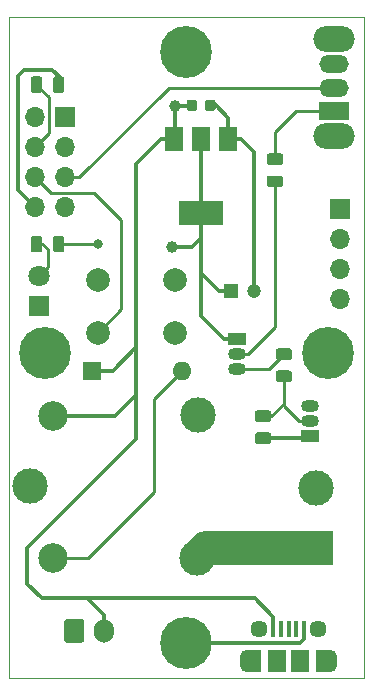
<source format=gbr>
G04 #@! TF.GenerationSoftware,KiCad,Pcbnew,(5.1.5)-3*
G04 #@! TF.CreationDate,2020-06-27T20:36:36+01:00*
G04 #@! TF.ProjectId,Schematic,53636865-6d61-4746-9963-2e6b69636164,v0.1*
G04 #@! TF.SameCoordinates,Original*
G04 #@! TF.FileFunction,Copper,L1,Top*
G04 #@! TF.FilePolarity,Positive*
%FSLAX46Y46*%
G04 Gerber Fmt 4.6, Leading zero omitted, Abs format (unit mm)*
G04 Created by KiCad (PCBNEW (5.1.5)-3) date 2020-06-27 20:36:36*
%MOMM*%
%LPD*%
G04 APERTURE LIST*
G04 #@! TA.AperFunction,Profile*
%ADD10C,0.050000*%
G04 #@! TD*
G04 #@! TA.AperFunction,ComponentPad*
%ADD11R,1.700000X1.700000*%
G04 #@! TD*
G04 #@! TA.AperFunction,ComponentPad*
%ADD12O,1.700000X1.700000*%
G04 #@! TD*
G04 #@! TA.AperFunction,SMDPad,CuDef*
%ADD13C,0.100000*%
G04 #@! TD*
G04 #@! TA.AperFunction,ComponentPad*
%ADD14C,4.400000*%
G04 #@! TD*
G04 #@! TA.AperFunction,ComponentPad*
%ADD15R,3.000000X3.000000*%
G04 #@! TD*
G04 #@! TA.AperFunction,ComponentPad*
%ADD16C,3.000000*%
G04 #@! TD*
G04 #@! TA.AperFunction,ComponentPad*
%ADD17R,1.200000X1.200000*%
G04 #@! TD*
G04 #@! TA.AperFunction,ComponentPad*
%ADD18C,1.200000*%
G04 #@! TD*
G04 #@! TA.AperFunction,ComponentPad*
%ADD19R,1.800000X1.800000*%
G04 #@! TD*
G04 #@! TA.AperFunction,ComponentPad*
%ADD20C,1.800000*%
G04 #@! TD*
G04 #@! TA.AperFunction,ComponentPad*
%ADD21R,1.600000X1.600000*%
G04 #@! TD*
G04 #@! TA.AperFunction,ComponentPad*
%ADD22O,1.600000X1.600000*%
G04 #@! TD*
G04 #@! TA.AperFunction,ComponentPad*
%ADD23C,0.100000*%
G04 #@! TD*
G04 #@! TA.AperFunction,ComponentPad*
%ADD24O,1.700000X2.000000*%
G04 #@! TD*
G04 #@! TA.AperFunction,SMDPad,CuDef*
%ADD25R,1.500000X1.900000*%
G04 #@! TD*
G04 #@! TA.AperFunction,ComponentPad*
%ADD26C,1.450000*%
G04 #@! TD*
G04 #@! TA.AperFunction,SMDPad,CuDef*
%ADD27R,0.400000X1.350000*%
G04 #@! TD*
G04 #@! TA.AperFunction,ComponentPad*
%ADD28O,1.200000X1.900000*%
G04 #@! TD*
G04 #@! TA.AperFunction,SMDPad,CuDef*
%ADD29R,1.200000X1.900000*%
G04 #@! TD*
G04 #@! TA.AperFunction,ComponentPad*
%ADD30C,2.500000*%
G04 #@! TD*
G04 #@! TA.AperFunction,ComponentPad*
%ADD31R,1.500000X1.050000*%
G04 #@! TD*
G04 #@! TA.AperFunction,ComponentPad*
%ADD32O,1.500000X1.050000*%
G04 #@! TD*
G04 #@! TA.AperFunction,ComponentPad*
%ADD33C,2.000000*%
G04 #@! TD*
G04 #@! TA.AperFunction,ComponentPad*
%ADD34R,2.500000X1.500000*%
G04 #@! TD*
G04 #@! TA.AperFunction,ComponentPad*
%ADD35O,2.500000X1.500000*%
G04 #@! TD*
G04 #@! TA.AperFunction,ComponentPad*
%ADD36O,3.500000X2.200000*%
G04 #@! TD*
G04 #@! TA.AperFunction,SMDPad,CuDef*
%ADD37R,3.800000X2.000000*%
G04 #@! TD*
G04 #@! TA.AperFunction,SMDPad,CuDef*
%ADD38R,1.500000X2.000000*%
G04 #@! TD*
G04 #@! TA.AperFunction,ViaPad*
%ADD39C,1.000000*%
G04 #@! TD*
G04 #@! TA.AperFunction,ViaPad*
%ADD40C,0.800000*%
G04 #@! TD*
G04 #@! TA.AperFunction,Conductor*
%ADD41C,0.350000*%
G04 #@! TD*
G04 #@! TA.AperFunction,Conductor*
%ADD42C,0.250000*%
G04 #@! TD*
G04 #@! TA.AperFunction,Conductor*
%ADD43C,2.900000*%
G04 #@! TD*
G04 APERTURE END LIST*
D10*
X200000000Y-110000000D02*
X200000000Y-110500000D01*
X170000000Y-110000000D02*
X170000000Y-110500000D01*
X200000000Y-55000000D02*
X200000000Y-54500000D01*
X170000000Y-55000000D02*
X170000000Y-54500000D01*
X200000000Y-55000000D02*
X200000000Y-80000000D01*
X170000000Y-80000000D02*
X170000000Y-55000000D01*
X170000000Y-110000000D02*
X170000000Y-80000000D01*
X200000000Y-110500000D02*
X170000000Y-110500000D01*
X200000000Y-80000000D02*
X200000000Y-110000000D01*
X170000000Y-54500000D02*
X200000000Y-54500000D01*
D11*
G04 #@! TO.P,J3,1*
G04 #@! TO.N,+5V*
X198000000Y-70750000D03*
D12*
G04 #@! TO.P,J3,2*
G04 #@! TO.N,/TX*
X198000000Y-73290000D03*
G04 #@! TO.P,J3,3*
G04 #@! TO.N,/RX*
X198000000Y-75830000D03*
G04 #@! TO.P,J3,4*
G04 #@! TO.N,GND*
X198000000Y-78370000D03*
G04 #@! TD*
G04 #@! TA.AperFunction,SMDPad,CuDef*
D13*
G04 #@! TO.P,R2,2*
G04 #@! TO.N,Net-(R2-Pad2)*
G36*
X192980142Y-66076174D02*
G01*
X193003803Y-66079684D01*
X193027007Y-66085496D01*
X193049529Y-66093554D01*
X193071153Y-66103782D01*
X193091670Y-66116079D01*
X193110883Y-66130329D01*
X193128607Y-66146393D01*
X193144671Y-66164117D01*
X193158921Y-66183330D01*
X193171218Y-66203847D01*
X193181446Y-66225471D01*
X193189504Y-66247993D01*
X193195316Y-66271197D01*
X193198826Y-66294858D01*
X193200000Y-66318750D01*
X193200000Y-66806250D01*
X193198826Y-66830142D01*
X193195316Y-66853803D01*
X193189504Y-66877007D01*
X193181446Y-66899529D01*
X193171218Y-66921153D01*
X193158921Y-66941670D01*
X193144671Y-66960883D01*
X193128607Y-66978607D01*
X193110883Y-66994671D01*
X193091670Y-67008921D01*
X193071153Y-67021218D01*
X193049529Y-67031446D01*
X193027007Y-67039504D01*
X193003803Y-67045316D01*
X192980142Y-67048826D01*
X192956250Y-67050000D01*
X192043750Y-67050000D01*
X192019858Y-67048826D01*
X191996197Y-67045316D01*
X191972993Y-67039504D01*
X191950471Y-67031446D01*
X191928847Y-67021218D01*
X191908330Y-67008921D01*
X191889117Y-66994671D01*
X191871393Y-66978607D01*
X191855329Y-66960883D01*
X191841079Y-66941670D01*
X191828782Y-66921153D01*
X191818554Y-66899529D01*
X191810496Y-66877007D01*
X191804684Y-66853803D01*
X191801174Y-66830142D01*
X191800000Y-66806250D01*
X191800000Y-66318750D01*
X191801174Y-66294858D01*
X191804684Y-66271197D01*
X191810496Y-66247993D01*
X191818554Y-66225471D01*
X191828782Y-66203847D01*
X191841079Y-66183330D01*
X191855329Y-66164117D01*
X191871393Y-66146393D01*
X191889117Y-66130329D01*
X191908330Y-66116079D01*
X191928847Y-66103782D01*
X191950471Y-66093554D01*
X191972993Y-66085496D01*
X191996197Y-66079684D01*
X192019858Y-66076174D01*
X192043750Y-66075000D01*
X192956250Y-66075000D01*
X192980142Y-66076174D01*
G37*
G04 #@! TD.AperFunction*
G04 #@! TA.AperFunction,SMDPad,CuDef*
G04 #@! TO.P,R2,1*
G04 #@! TO.N,Net-(Q1-Pad2)*
G36*
X192980142Y-67951174D02*
G01*
X193003803Y-67954684D01*
X193027007Y-67960496D01*
X193049529Y-67968554D01*
X193071153Y-67978782D01*
X193091670Y-67991079D01*
X193110883Y-68005329D01*
X193128607Y-68021393D01*
X193144671Y-68039117D01*
X193158921Y-68058330D01*
X193171218Y-68078847D01*
X193181446Y-68100471D01*
X193189504Y-68122993D01*
X193195316Y-68146197D01*
X193198826Y-68169858D01*
X193200000Y-68193750D01*
X193200000Y-68681250D01*
X193198826Y-68705142D01*
X193195316Y-68728803D01*
X193189504Y-68752007D01*
X193181446Y-68774529D01*
X193171218Y-68796153D01*
X193158921Y-68816670D01*
X193144671Y-68835883D01*
X193128607Y-68853607D01*
X193110883Y-68869671D01*
X193091670Y-68883921D01*
X193071153Y-68896218D01*
X193049529Y-68906446D01*
X193027007Y-68914504D01*
X193003803Y-68920316D01*
X192980142Y-68923826D01*
X192956250Y-68925000D01*
X192043750Y-68925000D01*
X192019858Y-68923826D01*
X191996197Y-68920316D01*
X191972993Y-68914504D01*
X191950471Y-68906446D01*
X191928847Y-68896218D01*
X191908330Y-68883921D01*
X191889117Y-68869671D01*
X191871393Y-68853607D01*
X191855329Y-68835883D01*
X191841079Y-68816670D01*
X191828782Y-68796153D01*
X191818554Y-68774529D01*
X191810496Y-68752007D01*
X191804684Y-68728803D01*
X191801174Y-68705142D01*
X191800000Y-68681250D01*
X191800000Y-68193750D01*
X191801174Y-68169858D01*
X191804684Y-68146197D01*
X191810496Y-68122993D01*
X191818554Y-68100471D01*
X191828782Y-68078847D01*
X191841079Y-68058330D01*
X191855329Y-68039117D01*
X191871393Y-68021393D01*
X191889117Y-68005329D01*
X191908330Y-67991079D01*
X191928847Y-67978782D01*
X191950471Y-67968554D01*
X191972993Y-67960496D01*
X191996197Y-67954684D01*
X192019858Y-67951174D01*
X192043750Y-67950000D01*
X192956250Y-67950000D01*
X192980142Y-67951174D01*
G37*
G04 #@! TD.AperFunction*
G04 #@! TD*
G04 #@! TA.AperFunction,SMDPad,CuDef*
G04 #@! TO.P,R3,2*
G04 #@! TO.N,Net-(Q1-Pad3)*
G36*
X174455142Y-73051174D02*
G01*
X174478803Y-73054684D01*
X174502007Y-73060496D01*
X174524529Y-73068554D01*
X174546153Y-73078782D01*
X174566670Y-73091079D01*
X174585883Y-73105329D01*
X174603607Y-73121393D01*
X174619671Y-73139117D01*
X174633921Y-73158330D01*
X174646218Y-73178847D01*
X174656446Y-73200471D01*
X174664504Y-73222993D01*
X174670316Y-73246197D01*
X174673826Y-73269858D01*
X174675000Y-73293750D01*
X174675000Y-74206250D01*
X174673826Y-74230142D01*
X174670316Y-74253803D01*
X174664504Y-74277007D01*
X174656446Y-74299529D01*
X174646218Y-74321153D01*
X174633921Y-74341670D01*
X174619671Y-74360883D01*
X174603607Y-74378607D01*
X174585883Y-74394671D01*
X174566670Y-74408921D01*
X174546153Y-74421218D01*
X174524529Y-74431446D01*
X174502007Y-74439504D01*
X174478803Y-74445316D01*
X174455142Y-74448826D01*
X174431250Y-74450000D01*
X173943750Y-74450000D01*
X173919858Y-74448826D01*
X173896197Y-74445316D01*
X173872993Y-74439504D01*
X173850471Y-74431446D01*
X173828847Y-74421218D01*
X173808330Y-74408921D01*
X173789117Y-74394671D01*
X173771393Y-74378607D01*
X173755329Y-74360883D01*
X173741079Y-74341670D01*
X173728782Y-74321153D01*
X173718554Y-74299529D01*
X173710496Y-74277007D01*
X173704684Y-74253803D01*
X173701174Y-74230142D01*
X173700000Y-74206250D01*
X173700000Y-73293750D01*
X173701174Y-73269858D01*
X173704684Y-73246197D01*
X173710496Y-73222993D01*
X173718554Y-73200471D01*
X173728782Y-73178847D01*
X173741079Y-73158330D01*
X173755329Y-73139117D01*
X173771393Y-73121393D01*
X173789117Y-73105329D01*
X173808330Y-73091079D01*
X173828847Y-73078782D01*
X173850471Y-73068554D01*
X173872993Y-73060496D01*
X173896197Y-73054684D01*
X173919858Y-73051174D01*
X173943750Y-73050000D01*
X174431250Y-73050000D01*
X174455142Y-73051174D01*
G37*
G04 #@! TD.AperFunction*
G04 #@! TA.AperFunction,SMDPad,CuDef*
G04 #@! TO.P,R3,1*
G04 #@! TO.N,Net-(D1-Pad2)*
G36*
X172580142Y-73051174D02*
G01*
X172603803Y-73054684D01*
X172627007Y-73060496D01*
X172649529Y-73068554D01*
X172671153Y-73078782D01*
X172691670Y-73091079D01*
X172710883Y-73105329D01*
X172728607Y-73121393D01*
X172744671Y-73139117D01*
X172758921Y-73158330D01*
X172771218Y-73178847D01*
X172781446Y-73200471D01*
X172789504Y-73222993D01*
X172795316Y-73246197D01*
X172798826Y-73269858D01*
X172800000Y-73293750D01*
X172800000Y-74206250D01*
X172798826Y-74230142D01*
X172795316Y-74253803D01*
X172789504Y-74277007D01*
X172781446Y-74299529D01*
X172771218Y-74321153D01*
X172758921Y-74341670D01*
X172744671Y-74360883D01*
X172728607Y-74378607D01*
X172710883Y-74394671D01*
X172691670Y-74408921D01*
X172671153Y-74421218D01*
X172649529Y-74431446D01*
X172627007Y-74439504D01*
X172603803Y-74445316D01*
X172580142Y-74448826D01*
X172556250Y-74450000D01*
X172068750Y-74450000D01*
X172044858Y-74448826D01*
X172021197Y-74445316D01*
X171997993Y-74439504D01*
X171975471Y-74431446D01*
X171953847Y-74421218D01*
X171933330Y-74408921D01*
X171914117Y-74394671D01*
X171896393Y-74378607D01*
X171880329Y-74360883D01*
X171866079Y-74341670D01*
X171853782Y-74321153D01*
X171843554Y-74299529D01*
X171835496Y-74277007D01*
X171829684Y-74253803D01*
X171826174Y-74230142D01*
X171825000Y-74206250D01*
X171825000Y-73293750D01*
X171826174Y-73269858D01*
X171829684Y-73246197D01*
X171835496Y-73222993D01*
X171843554Y-73200471D01*
X171853782Y-73178847D01*
X171866079Y-73158330D01*
X171880329Y-73139117D01*
X171896393Y-73121393D01*
X171914117Y-73105329D01*
X171933330Y-73091079D01*
X171953847Y-73078782D01*
X171975471Y-73068554D01*
X171997993Y-73060496D01*
X172021197Y-73054684D01*
X172044858Y-73051174D01*
X172068750Y-73050000D01*
X172556250Y-73050000D01*
X172580142Y-73051174D01*
G37*
G04 #@! TD.AperFunction*
G04 #@! TD*
G04 #@! TA.AperFunction,SMDPad,CuDef*
G04 #@! TO.P,R4,2*
G04 #@! TO.N,Net-(Q2-Pad2)*
G36*
X193730142Y-84451174D02*
G01*
X193753803Y-84454684D01*
X193777007Y-84460496D01*
X193799529Y-84468554D01*
X193821153Y-84478782D01*
X193841670Y-84491079D01*
X193860883Y-84505329D01*
X193878607Y-84521393D01*
X193894671Y-84539117D01*
X193908921Y-84558330D01*
X193921218Y-84578847D01*
X193931446Y-84600471D01*
X193939504Y-84622993D01*
X193945316Y-84646197D01*
X193948826Y-84669858D01*
X193950000Y-84693750D01*
X193950000Y-85181250D01*
X193948826Y-85205142D01*
X193945316Y-85228803D01*
X193939504Y-85252007D01*
X193931446Y-85274529D01*
X193921218Y-85296153D01*
X193908921Y-85316670D01*
X193894671Y-85335883D01*
X193878607Y-85353607D01*
X193860883Y-85369671D01*
X193841670Y-85383921D01*
X193821153Y-85396218D01*
X193799529Y-85406446D01*
X193777007Y-85414504D01*
X193753803Y-85420316D01*
X193730142Y-85423826D01*
X193706250Y-85425000D01*
X192793750Y-85425000D01*
X192769858Y-85423826D01*
X192746197Y-85420316D01*
X192722993Y-85414504D01*
X192700471Y-85406446D01*
X192678847Y-85396218D01*
X192658330Y-85383921D01*
X192639117Y-85369671D01*
X192621393Y-85353607D01*
X192605329Y-85335883D01*
X192591079Y-85316670D01*
X192578782Y-85296153D01*
X192568554Y-85274529D01*
X192560496Y-85252007D01*
X192554684Y-85228803D01*
X192551174Y-85205142D01*
X192550000Y-85181250D01*
X192550000Y-84693750D01*
X192551174Y-84669858D01*
X192554684Y-84646197D01*
X192560496Y-84622993D01*
X192568554Y-84600471D01*
X192578782Y-84578847D01*
X192591079Y-84558330D01*
X192605329Y-84539117D01*
X192621393Y-84521393D01*
X192639117Y-84505329D01*
X192658330Y-84491079D01*
X192678847Y-84478782D01*
X192700471Y-84468554D01*
X192722993Y-84460496D01*
X192746197Y-84454684D01*
X192769858Y-84451174D01*
X192793750Y-84450000D01*
X193706250Y-84450000D01*
X193730142Y-84451174D01*
G37*
G04 #@! TD.AperFunction*
G04 #@! TA.AperFunction,SMDPad,CuDef*
G04 #@! TO.P,R4,1*
G04 #@! TO.N,Net-(Q1-Pad3)*
G36*
X193730142Y-82576174D02*
G01*
X193753803Y-82579684D01*
X193777007Y-82585496D01*
X193799529Y-82593554D01*
X193821153Y-82603782D01*
X193841670Y-82616079D01*
X193860883Y-82630329D01*
X193878607Y-82646393D01*
X193894671Y-82664117D01*
X193908921Y-82683330D01*
X193921218Y-82703847D01*
X193931446Y-82725471D01*
X193939504Y-82747993D01*
X193945316Y-82771197D01*
X193948826Y-82794858D01*
X193950000Y-82818750D01*
X193950000Y-83306250D01*
X193948826Y-83330142D01*
X193945316Y-83353803D01*
X193939504Y-83377007D01*
X193931446Y-83399529D01*
X193921218Y-83421153D01*
X193908921Y-83441670D01*
X193894671Y-83460883D01*
X193878607Y-83478607D01*
X193860883Y-83494671D01*
X193841670Y-83508921D01*
X193821153Y-83521218D01*
X193799529Y-83531446D01*
X193777007Y-83539504D01*
X193753803Y-83545316D01*
X193730142Y-83548826D01*
X193706250Y-83550000D01*
X192793750Y-83550000D01*
X192769858Y-83548826D01*
X192746197Y-83545316D01*
X192722993Y-83539504D01*
X192700471Y-83531446D01*
X192678847Y-83521218D01*
X192658330Y-83508921D01*
X192639117Y-83494671D01*
X192621393Y-83478607D01*
X192605329Y-83460883D01*
X192591079Y-83441670D01*
X192578782Y-83421153D01*
X192568554Y-83399529D01*
X192560496Y-83377007D01*
X192554684Y-83353803D01*
X192551174Y-83330142D01*
X192550000Y-83306250D01*
X192550000Y-82818750D01*
X192551174Y-82794858D01*
X192554684Y-82771197D01*
X192560496Y-82747993D01*
X192568554Y-82725471D01*
X192578782Y-82703847D01*
X192591079Y-82683330D01*
X192605329Y-82664117D01*
X192621393Y-82646393D01*
X192639117Y-82630329D01*
X192658330Y-82616079D01*
X192678847Y-82603782D01*
X192700471Y-82593554D01*
X192722993Y-82585496D01*
X192746197Y-82579684D01*
X192769858Y-82576174D01*
X192793750Y-82575000D01*
X193706250Y-82575000D01*
X193730142Y-82576174D01*
G37*
G04 #@! TD.AperFunction*
G04 #@! TD*
G04 #@! TA.AperFunction,SMDPad,CuDef*
G04 #@! TO.P,R5,2*
G04 #@! TO.N,GND*
G36*
X191980142Y-89701174D02*
G01*
X192003803Y-89704684D01*
X192027007Y-89710496D01*
X192049529Y-89718554D01*
X192071153Y-89728782D01*
X192091670Y-89741079D01*
X192110883Y-89755329D01*
X192128607Y-89771393D01*
X192144671Y-89789117D01*
X192158921Y-89808330D01*
X192171218Y-89828847D01*
X192181446Y-89850471D01*
X192189504Y-89872993D01*
X192195316Y-89896197D01*
X192198826Y-89919858D01*
X192200000Y-89943750D01*
X192200000Y-90431250D01*
X192198826Y-90455142D01*
X192195316Y-90478803D01*
X192189504Y-90502007D01*
X192181446Y-90524529D01*
X192171218Y-90546153D01*
X192158921Y-90566670D01*
X192144671Y-90585883D01*
X192128607Y-90603607D01*
X192110883Y-90619671D01*
X192091670Y-90633921D01*
X192071153Y-90646218D01*
X192049529Y-90656446D01*
X192027007Y-90664504D01*
X192003803Y-90670316D01*
X191980142Y-90673826D01*
X191956250Y-90675000D01*
X191043750Y-90675000D01*
X191019858Y-90673826D01*
X190996197Y-90670316D01*
X190972993Y-90664504D01*
X190950471Y-90656446D01*
X190928847Y-90646218D01*
X190908330Y-90633921D01*
X190889117Y-90619671D01*
X190871393Y-90603607D01*
X190855329Y-90585883D01*
X190841079Y-90566670D01*
X190828782Y-90546153D01*
X190818554Y-90524529D01*
X190810496Y-90502007D01*
X190804684Y-90478803D01*
X190801174Y-90455142D01*
X190800000Y-90431250D01*
X190800000Y-89943750D01*
X190801174Y-89919858D01*
X190804684Y-89896197D01*
X190810496Y-89872993D01*
X190818554Y-89850471D01*
X190828782Y-89828847D01*
X190841079Y-89808330D01*
X190855329Y-89789117D01*
X190871393Y-89771393D01*
X190889117Y-89755329D01*
X190908330Y-89741079D01*
X190928847Y-89728782D01*
X190950471Y-89718554D01*
X190972993Y-89710496D01*
X190996197Y-89704684D01*
X191019858Y-89701174D01*
X191043750Y-89700000D01*
X191956250Y-89700000D01*
X191980142Y-89701174D01*
G37*
G04 #@! TD.AperFunction*
G04 #@! TA.AperFunction,SMDPad,CuDef*
G04 #@! TO.P,R5,1*
G04 #@! TO.N,Net-(Q2-Pad2)*
G36*
X191980142Y-87826174D02*
G01*
X192003803Y-87829684D01*
X192027007Y-87835496D01*
X192049529Y-87843554D01*
X192071153Y-87853782D01*
X192091670Y-87866079D01*
X192110883Y-87880329D01*
X192128607Y-87896393D01*
X192144671Y-87914117D01*
X192158921Y-87933330D01*
X192171218Y-87953847D01*
X192181446Y-87975471D01*
X192189504Y-87997993D01*
X192195316Y-88021197D01*
X192198826Y-88044858D01*
X192200000Y-88068750D01*
X192200000Y-88556250D01*
X192198826Y-88580142D01*
X192195316Y-88603803D01*
X192189504Y-88627007D01*
X192181446Y-88649529D01*
X192171218Y-88671153D01*
X192158921Y-88691670D01*
X192144671Y-88710883D01*
X192128607Y-88728607D01*
X192110883Y-88744671D01*
X192091670Y-88758921D01*
X192071153Y-88771218D01*
X192049529Y-88781446D01*
X192027007Y-88789504D01*
X192003803Y-88795316D01*
X191980142Y-88798826D01*
X191956250Y-88800000D01*
X191043750Y-88800000D01*
X191019858Y-88798826D01*
X190996197Y-88795316D01*
X190972993Y-88789504D01*
X190950471Y-88781446D01*
X190928847Y-88771218D01*
X190908330Y-88758921D01*
X190889117Y-88744671D01*
X190871393Y-88728607D01*
X190855329Y-88710883D01*
X190841079Y-88691670D01*
X190828782Y-88671153D01*
X190818554Y-88649529D01*
X190810496Y-88627007D01*
X190804684Y-88603803D01*
X190801174Y-88580142D01*
X190800000Y-88556250D01*
X190800000Y-88068750D01*
X190801174Y-88044858D01*
X190804684Y-88021197D01*
X190810496Y-87997993D01*
X190818554Y-87975471D01*
X190828782Y-87953847D01*
X190841079Y-87933330D01*
X190855329Y-87914117D01*
X190871393Y-87896393D01*
X190889117Y-87880329D01*
X190908330Y-87866079D01*
X190928847Y-87853782D01*
X190950471Y-87843554D01*
X190972993Y-87835496D01*
X190996197Y-87829684D01*
X191019858Y-87826174D01*
X191043750Y-87825000D01*
X191956250Y-87825000D01*
X191980142Y-87826174D01*
G37*
G04 #@! TD.AperFunction*
G04 #@! TD*
G04 #@! TA.AperFunction,SMDPad,CuDef*
G04 #@! TO.P,R1,2*
G04 #@! TO.N,+3V3*
G36*
X174455142Y-59551174D02*
G01*
X174478803Y-59554684D01*
X174502007Y-59560496D01*
X174524529Y-59568554D01*
X174546153Y-59578782D01*
X174566670Y-59591079D01*
X174585883Y-59605329D01*
X174603607Y-59621393D01*
X174619671Y-59639117D01*
X174633921Y-59658330D01*
X174646218Y-59678847D01*
X174656446Y-59700471D01*
X174664504Y-59722993D01*
X174670316Y-59746197D01*
X174673826Y-59769858D01*
X174675000Y-59793750D01*
X174675000Y-60706250D01*
X174673826Y-60730142D01*
X174670316Y-60753803D01*
X174664504Y-60777007D01*
X174656446Y-60799529D01*
X174646218Y-60821153D01*
X174633921Y-60841670D01*
X174619671Y-60860883D01*
X174603607Y-60878607D01*
X174585883Y-60894671D01*
X174566670Y-60908921D01*
X174546153Y-60921218D01*
X174524529Y-60931446D01*
X174502007Y-60939504D01*
X174478803Y-60945316D01*
X174455142Y-60948826D01*
X174431250Y-60950000D01*
X173943750Y-60950000D01*
X173919858Y-60948826D01*
X173896197Y-60945316D01*
X173872993Y-60939504D01*
X173850471Y-60931446D01*
X173828847Y-60921218D01*
X173808330Y-60908921D01*
X173789117Y-60894671D01*
X173771393Y-60878607D01*
X173755329Y-60860883D01*
X173741079Y-60841670D01*
X173728782Y-60821153D01*
X173718554Y-60799529D01*
X173710496Y-60777007D01*
X173704684Y-60753803D01*
X173701174Y-60730142D01*
X173700000Y-60706250D01*
X173700000Y-59793750D01*
X173701174Y-59769858D01*
X173704684Y-59746197D01*
X173710496Y-59722993D01*
X173718554Y-59700471D01*
X173728782Y-59678847D01*
X173741079Y-59658330D01*
X173755329Y-59639117D01*
X173771393Y-59621393D01*
X173789117Y-59605329D01*
X173808330Y-59591079D01*
X173828847Y-59578782D01*
X173850471Y-59568554D01*
X173872993Y-59560496D01*
X173896197Y-59554684D01*
X173919858Y-59551174D01*
X173943750Y-59550000D01*
X174431250Y-59550000D01*
X174455142Y-59551174D01*
G37*
G04 #@! TD.AperFunction*
G04 #@! TA.AperFunction,SMDPad,CuDef*
G04 #@! TO.P,R1,1*
G04 #@! TO.N,Net-(J4-Pad4)*
G36*
X172580142Y-59551174D02*
G01*
X172603803Y-59554684D01*
X172627007Y-59560496D01*
X172649529Y-59568554D01*
X172671153Y-59578782D01*
X172691670Y-59591079D01*
X172710883Y-59605329D01*
X172728607Y-59621393D01*
X172744671Y-59639117D01*
X172758921Y-59658330D01*
X172771218Y-59678847D01*
X172781446Y-59700471D01*
X172789504Y-59722993D01*
X172795316Y-59746197D01*
X172798826Y-59769858D01*
X172800000Y-59793750D01*
X172800000Y-60706250D01*
X172798826Y-60730142D01*
X172795316Y-60753803D01*
X172789504Y-60777007D01*
X172781446Y-60799529D01*
X172771218Y-60821153D01*
X172758921Y-60841670D01*
X172744671Y-60860883D01*
X172728607Y-60878607D01*
X172710883Y-60894671D01*
X172691670Y-60908921D01*
X172671153Y-60921218D01*
X172649529Y-60931446D01*
X172627007Y-60939504D01*
X172603803Y-60945316D01*
X172580142Y-60948826D01*
X172556250Y-60950000D01*
X172068750Y-60950000D01*
X172044858Y-60948826D01*
X172021197Y-60945316D01*
X171997993Y-60939504D01*
X171975471Y-60931446D01*
X171953847Y-60921218D01*
X171933330Y-60908921D01*
X171914117Y-60894671D01*
X171896393Y-60878607D01*
X171880329Y-60860883D01*
X171866079Y-60841670D01*
X171853782Y-60821153D01*
X171843554Y-60799529D01*
X171835496Y-60777007D01*
X171829684Y-60753803D01*
X171826174Y-60730142D01*
X171825000Y-60706250D01*
X171825000Y-59793750D01*
X171826174Y-59769858D01*
X171829684Y-59746197D01*
X171835496Y-59722993D01*
X171843554Y-59700471D01*
X171853782Y-59678847D01*
X171866079Y-59658330D01*
X171880329Y-59639117D01*
X171896393Y-59621393D01*
X171914117Y-59605329D01*
X171933330Y-59591079D01*
X171953847Y-59578782D01*
X171975471Y-59568554D01*
X171997993Y-59560496D01*
X172021197Y-59554684D01*
X172044858Y-59551174D01*
X172068750Y-59550000D01*
X172556250Y-59550000D01*
X172580142Y-59551174D01*
G37*
G04 #@! TD.AperFunction*
G04 #@! TD*
D14*
G04 #@! TO.P,REF\002A\002A,1*
G04 #@! TO.N,GND*
X185000000Y-57500000D03*
G04 #@! TD*
G04 #@! TO.P,REF\002A\002A,1*
G04 #@! TO.N,GND*
X185000000Y-107500000D03*
G04 #@! TD*
G04 #@! TO.P,REF\002A\002A,1*
G04 #@! TO.N,GND*
X173000000Y-83000000D03*
G04 #@! TD*
G04 #@! TO.P,REF\002A\002A,1*
G04 #@! TO.N,GND*
X197000000Y-83000000D03*
G04 #@! TD*
D15*
G04 #@! TO.P,J5,1*
G04 #@! TO.N,Net-(J5-Pad1)*
X196000000Y-99500000D03*
D16*
G04 #@! TO.P,J5,2*
G04 #@! TO.N,Net-(J5-Pad2)*
X196000000Y-94420000D03*
G04 #@! TD*
G04 #@! TA.AperFunction,SMDPad,CuDef*
D13*
G04 #@! TO.P,C1,1*
G04 #@! TO.N,+5V*
G36*
X185702691Y-61526053D02*
G01*
X185723926Y-61529203D01*
X185744750Y-61534419D01*
X185764962Y-61541651D01*
X185784368Y-61550830D01*
X185802781Y-61561866D01*
X185820024Y-61574654D01*
X185835930Y-61589070D01*
X185850346Y-61604976D01*
X185863134Y-61622219D01*
X185874170Y-61640632D01*
X185883349Y-61660038D01*
X185890581Y-61680250D01*
X185895797Y-61701074D01*
X185898947Y-61722309D01*
X185900000Y-61743750D01*
X185900000Y-62256250D01*
X185898947Y-62277691D01*
X185895797Y-62298926D01*
X185890581Y-62319750D01*
X185883349Y-62339962D01*
X185874170Y-62359368D01*
X185863134Y-62377781D01*
X185850346Y-62395024D01*
X185835930Y-62410930D01*
X185820024Y-62425346D01*
X185802781Y-62438134D01*
X185784368Y-62449170D01*
X185764962Y-62458349D01*
X185744750Y-62465581D01*
X185723926Y-62470797D01*
X185702691Y-62473947D01*
X185681250Y-62475000D01*
X185243750Y-62475000D01*
X185222309Y-62473947D01*
X185201074Y-62470797D01*
X185180250Y-62465581D01*
X185160038Y-62458349D01*
X185140632Y-62449170D01*
X185122219Y-62438134D01*
X185104976Y-62425346D01*
X185089070Y-62410930D01*
X185074654Y-62395024D01*
X185061866Y-62377781D01*
X185050830Y-62359368D01*
X185041651Y-62339962D01*
X185034419Y-62319750D01*
X185029203Y-62298926D01*
X185026053Y-62277691D01*
X185025000Y-62256250D01*
X185025000Y-61743750D01*
X185026053Y-61722309D01*
X185029203Y-61701074D01*
X185034419Y-61680250D01*
X185041651Y-61660038D01*
X185050830Y-61640632D01*
X185061866Y-61622219D01*
X185074654Y-61604976D01*
X185089070Y-61589070D01*
X185104976Y-61574654D01*
X185122219Y-61561866D01*
X185140632Y-61550830D01*
X185160038Y-61541651D01*
X185180250Y-61534419D01*
X185201074Y-61529203D01*
X185222309Y-61526053D01*
X185243750Y-61525000D01*
X185681250Y-61525000D01*
X185702691Y-61526053D01*
G37*
G04 #@! TD.AperFunction*
G04 #@! TA.AperFunction,SMDPad,CuDef*
G04 #@! TO.P,C1,2*
G04 #@! TO.N,GND*
G36*
X187277691Y-61526053D02*
G01*
X187298926Y-61529203D01*
X187319750Y-61534419D01*
X187339962Y-61541651D01*
X187359368Y-61550830D01*
X187377781Y-61561866D01*
X187395024Y-61574654D01*
X187410930Y-61589070D01*
X187425346Y-61604976D01*
X187438134Y-61622219D01*
X187449170Y-61640632D01*
X187458349Y-61660038D01*
X187465581Y-61680250D01*
X187470797Y-61701074D01*
X187473947Y-61722309D01*
X187475000Y-61743750D01*
X187475000Y-62256250D01*
X187473947Y-62277691D01*
X187470797Y-62298926D01*
X187465581Y-62319750D01*
X187458349Y-62339962D01*
X187449170Y-62359368D01*
X187438134Y-62377781D01*
X187425346Y-62395024D01*
X187410930Y-62410930D01*
X187395024Y-62425346D01*
X187377781Y-62438134D01*
X187359368Y-62449170D01*
X187339962Y-62458349D01*
X187319750Y-62465581D01*
X187298926Y-62470797D01*
X187277691Y-62473947D01*
X187256250Y-62475000D01*
X186818750Y-62475000D01*
X186797309Y-62473947D01*
X186776074Y-62470797D01*
X186755250Y-62465581D01*
X186735038Y-62458349D01*
X186715632Y-62449170D01*
X186697219Y-62438134D01*
X186679976Y-62425346D01*
X186664070Y-62410930D01*
X186649654Y-62395024D01*
X186636866Y-62377781D01*
X186625830Y-62359368D01*
X186616651Y-62339962D01*
X186609419Y-62319750D01*
X186604203Y-62298926D01*
X186601053Y-62277691D01*
X186600000Y-62256250D01*
X186600000Y-61743750D01*
X186601053Y-61722309D01*
X186604203Y-61701074D01*
X186609419Y-61680250D01*
X186616651Y-61660038D01*
X186625830Y-61640632D01*
X186636866Y-61622219D01*
X186649654Y-61604976D01*
X186664070Y-61589070D01*
X186679976Y-61574654D01*
X186697219Y-61561866D01*
X186715632Y-61550830D01*
X186735038Y-61541651D01*
X186755250Y-61534419D01*
X186776074Y-61529203D01*
X186797309Y-61526053D01*
X186818750Y-61525000D01*
X187256250Y-61525000D01*
X187277691Y-61526053D01*
G37*
G04 #@! TD.AperFunction*
G04 #@! TD*
D17*
G04 #@! TO.P,C2,1*
G04 #@! TO.N,+3V3*
X188750000Y-77750000D03*
D18*
G04 #@! TO.P,C2,2*
G04 #@! TO.N,GND*
X190750000Y-77750000D03*
G04 #@! TD*
D19*
G04 #@! TO.P,D1,1*
G04 #@! TO.N,GND*
X172500000Y-79000000D03*
D20*
G04 #@! TO.P,D1,2*
G04 #@! TO.N,Net-(D1-Pad2)*
X172500000Y-76460000D03*
G04 #@! TD*
D21*
G04 #@! TO.P,D2,1*
G04 #@! TO.N,+5V*
X177000000Y-84500000D03*
D22*
G04 #@! TO.P,D2,2*
G04 #@! TO.N,Net-(D2-Pad2)*
X184620000Y-84500000D03*
G04 #@! TD*
G04 #@! TA.AperFunction,ComponentPad*
D23*
G04 #@! TO.P,J1,1*
G04 #@! TO.N,GND*
G36*
X176124504Y-105501204D02*
G01*
X176148773Y-105504804D01*
X176172571Y-105510765D01*
X176195671Y-105519030D01*
X176217849Y-105529520D01*
X176238893Y-105542133D01*
X176258598Y-105556747D01*
X176276777Y-105573223D01*
X176293253Y-105591402D01*
X176307867Y-105611107D01*
X176320480Y-105632151D01*
X176330970Y-105654329D01*
X176339235Y-105677429D01*
X176345196Y-105701227D01*
X176348796Y-105725496D01*
X176350000Y-105750000D01*
X176350000Y-107250000D01*
X176348796Y-107274504D01*
X176345196Y-107298773D01*
X176339235Y-107322571D01*
X176330970Y-107345671D01*
X176320480Y-107367849D01*
X176307867Y-107388893D01*
X176293253Y-107408598D01*
X176276777Y-107426777D01*
X176258598Y-107443253D01*
X176238893Y-107457867D01*
X176217849Y-107470480D01*
X176195671Y-107480970D01*
X176172571Y-107489235D01*
X176148773Y-107495196D01*
X176124504Y-107498796D01*
X176100000Y-107500000D01*
X174900000Y-107500000D01*
X174875496Y-107498796D01*
X174851227Y-107495196D01*
X174827429Y-107489235D01*
X174804329Y-107480970D01*
X174782151Y-107470480D01*
X174761107Y-107457867D01*
X174741402Y-107443253D01*
X174723223Y-107426777D01*
X174706747Y-107408598D01*
X174692133Y-107388893D01*
X174679520Y-107367849D01*
X174669030Y-107345671D01*
X174660765Y-107322571D01*
X174654804Y-107298773D01*
X174651204Y-107274504D01*
X174650000Y-107250000D01*
X174650000Y-105750000D01*
X174651204Y-105725496D01*
X174654804Y-105701227D01*
X174660765Y-105677429D01*
X174669030Y-105654329D01*
X174679520Y-105632151D01*
X174692133Y-105611107D01*
X174706747Y-105591402D01*
X174723223Y-105573223D01*
X174741402Y-105556747D01*
X174761107Y-105542133D01*
X174782151Y-105529520D01*
X174804329Y-105519030D01*
X174827429Y-105510765D01*
X174851227Y-105504804D01*
X174875496Y-105501204D01*
X174900000Y-105500000D01*
X176100000Y-105500000D01*
X176124504Y-105501204D01*
G37*
G04 #@! TD.AperFunction*
D24*
G04 #@! TO.P,J1,2*
G04 #@! TO.N,+5V*
X178000000Y-106500000D03*
G04 #@! TD*
D25*
G04 #@! TO.P,J2,6*
G04 #@! TO.N,Net-(J2-Pad6)*
X194650000Y-109050000D03*
D26*
X191150000Y-106350000D03*
D27*
G04 #@! TO.P,J2,2*
G04 #@! TO.N,Net-(J2-Pad2)*
X193000000Y-106350000D03*
G04 #@! TO.P,J2,1*
G04 #@! TO.N,+5V*
X192350000Y-106350000D03*
G04 #@! TO.P,J2,5*
G04 #@! TO.N,GND*
X194950000Y-106350000D03*
G04 #@! TO.P,J2,4*
G04 #@! TO.N,Net-(J2-Pad4)*
X194300000Y-106350000D03*
G04 #@! TO.P,J2,3*
G04 #@! TO.N,Net-(J2-Pad3)*
X193650000Y-106350000D03*
D26*
G04 #@! TO.P,J2,6*
G04 #@! TO.N,Net-(J2-Pad6)*
X196150000Y-106350000D03*
D25*
X192650000Y-109050000D03*
D28*
X190150000Y-109050000D03*
X197150000Y-109050000D03*
D29*
X196550000Y-109050000D03*
X190750000Y-109050000D03*
G04 #@! TD*
D11*
G04 #@! TO.P,J4,1*
G04 #@! TO.N,GND*
X174750000Y-63000000D03*
D12*
G04 #@! TO.P,J4,2*
G04 #@! TO.N,/TX*
X172210000Y-63000000D03*
G04 #@! TO.P,J4,3*
G04 #@! TO.N,Net-(J4-Pad3)*
X174750000Y-65540000D03*
G04 #@! TO.P,J4,4*
G04 #@! TO.N,Net-(J4-Pad4)*
X172210000Y-65540000D03*
G04 #@! TO.P,J4,5*
G04 #@! TO.N,Net-(J4-Pad5)*
X174750000Y-68080000D03*
G04 #@! TO.P,J4,6*
G04 #@! TO.N,Net-(J4-Pad6)*
X172210000Y-68080000D03*
G04 #@! TO.P,J4,7*
G04 #@! TO.N,/RX*
X174750000Y-70620000D03*
G04 #@! TO.P,J4,8*
G04 #@! TO.N,+3V3*
X172210000Y-70620000D03*
G04 #@! TD*
D30*
G04 #@! TO.P,K1,2*
G04 #@! TO.N,Net-(D2-Pad2)*
X173700000Y-100300000D03*
D16*
G04 #@! TO.P,K1,3*
G04 #@! TO.N,Net-(J5-Pad1)*
X185900000Y-100300000D03*
G04 #@! TO.P,K1,4*
G04 #@! TO.N,Net-(K1-Pad4)*
X185950000Y-88250000D03*
D30*
G04 #@! TO.P,K1,5*
G04 #@! TO.N,+5V*
X173700000Y-88300000D03*
D16*
G04 #@! TO.P,K1,1*
G04 #@! TO.N,Net-(J5-Pad2)*
X171750000Y-94250000D03*
G04 #@! TD*
D31*
G04 #@! TO.P,Q1,1*
G04 #@! TO.N,+3V3*
X189250000Y-81750000D03*
D32*
G04 #@! TO.P,Q1,3*
G04 #@! TO.N,Net-(Q1-Pad3)*
X189250000Y-84290000D03*
G04 #@! TO.P,Q1,2*
G04 #@! TO.N,Net-(Q1-Pad2)*
X189250000Y-83020000D03*
G04 #@! TD*
D31*
G04 #@! TO.P,Q2,1*
G04 #@! TO.N,GND*
X195500000Y-90000000D03*
D32*
G04 #@! TO.P,Q2,3*
G04 #@! TO.N,Net-(D2-Pad2)*
X195500000Y-87460000D03*
G04 #@! TO.P,Q2,2*
G04 #@! TO.N,Net-(Q2-Pad2)*
X195500000Y-88730000D03*
G04 #@! TD*
D33*
G04 #@! TO.P,SW1,2*
G04 #@! TO.N,Net-(J4-Pad6)*
X177500000Y-81250000D03*
G04 #@! TO.P,SW1,1*
G04 #@! TO.N,GND*
X177500000Y-76750000D03*
G04 #@! TO.P,SW1,2*
G04 #@! TO.N,Net-(J4-Pad6)*
X184000000Y-81250000D03*
G04 #@! TO.P,SW1,1*
G04 #@! TO.N,GND*
X184000000Y-76750000D03*
G04 #@! TD*
D34*
G04 #@! TO.P,SW2,1*
G04 #@! TO.N,Net-(R2-Pad2)*
X197500000Y-62500000D03*
D35*
G04 #@! TO.P,SW2,2*
G04 #@! TO.N,Net-(J4-Pad5)*
X197500000Y-60500000D03*
G04 #@! TO.P,SW2,3*
G04 #@! TO.N,GND*
X197500000Y-58500000D03*
D36*
G04 #@! TO.P,SW2,*
G04 #@! TO.N,*
X197500000Y-64600000D03*
X197500000Y-56400000D03*
G04 #@! TD*
D37*
G04 #@! TO.P,U1,2*
G04 #@! TO.N,+3V3*
X186250000Y-71150000D03*
D38*
X186250000Y-64850000D03*
G04 #@! TO.P,U1,3*
G04 #@! TO.N,+5V*
X183950000Y-64850000D03*
G04 #@! TO.P,U1,1*
G04 #@! TO.N,GND*
X188550000Y-64850000D03*
G04 #@! TD*
D39*
G04 #@! TO.N,+5V*
X184000000Y-62100000D03*
G04 #@! TO.N,+3V3*
X183750000Y-74000000D03*
D40*
G04 #@! TO.N,Net-(Q1-Pad3)*
X177500000Y-73750000D03*
G04 #@! TD*
D41*
G04 #@! TO.N,+5V*
X182850000Y-64850000D02*
X183950000Y-64850000D01*
X180750000Y-66950000D02*
X182850000Y-64850000D01*
X178750000Y-84500000D02*
X180750000Y-82500000D01*
X177000000Y-84500000D02*
X178750000Y-84500000D01*
X180750000Y-82500000D02*
X180750000Y-66950000D01*
X178950000Y-88300000D02*
X180750000Y-86500000D01*
X173700000Y-88300000D02*
X178950000Y-88300000D01*
X180750000Y-86500000D02*
X180750000Y-82500000D01*
X190775000Y-103750000D02*
X177250000Y-103750000D01*
X192350000Y-106350000D02*
X192350000Y-105325000D01*
X192350000Y-105325000D02*
X190775000Y-103750000D01*
X180750000Y-90250000D02*
X180750000Y-86500000D01*
X171500000Y-99500000D02*
X180750000Y-90250000D01*
X172750000Y-103750000D02*
X171500000Y-102500000D01*
X171500000Y-102500000D02*
X171500000Y-99500000D01*
X185362500Y-62100000D02*
X185462500Y-62000000D01*
X184000000Y-62100000D02*
X184000000Y-62100000D01*
X184000000Y-64800000D02*
X183950000Y-64850000D01*
X184000000Y-62100000D02*
X184000000Y-64800000D01*
X184000000Y-62100000D02*
X185362500Y-62100000D01*
X184000000Y-62100000D02*
X184000000Y-62100000D01*
X173750000Y-103750000D02*
X172750000Y-103750000D01*
X176600000Y-103750000D02*
X176000000Y-103750000D01*
X178000000Y-105150000D02*
X176600000Y-103750000D01*
X178000000Y-106500000D02*
X178000000Y-105150000D01*
X177250000Y-103750000D02*
X176000000Y-103750000D01*
X176000000Y-103750000D02*
X172750000Y-103750000D01*
G04 #@! TO.N,GND*
X195312500Y-90187500D02*
X195500000Y-90000000D01*
X191500000Y-90187500D02*
X195312500Y-90187500D01*
X188111269Y-107500000D02*
X185000000Y-107500000D01*
X194610002Y-107500000D02*
X188111269Y-107500000D01*
X194950000Y-107160002D02*
X194610002Y-107500000D01*
X194950000Y-106350000D02*
X194950000Y-107160002D01*
X188550000Y-63500000D02*
X188550000Y-64850000D01*
X187475000Y-62000000D02*
X188550000Y-63075000D01*
X188550000Y-63075000D02*
X188550000Y-63500000D01*
X187037500Y-62000000D02*
X187475000Y-62000000D01*
X189650000Y-64850000D02*
X188550000Y-64850000D01*
X190750000Y-65950000D02*
X189650000Y-64850000D01*
X190750000Y-77750000D02*
X190750000Y-65950000D01*
G04 #@! TO.N,+3V3*
X186250000Y-72500000D02*
X186250000Y-71150000D01*
X187800000Y-77750000D02*
X186250000Y-76200000D01*
X188750000Y-77750000D02*
X187800000Y-77750000D01*
X186250000Y-79850000D02*
X186250000Y-76200000D01*
X188150000Y-81750000D02*
X186250000Y-79850000D01*
X189250000Y-81750000D02*
X188150000Y-81750000D01*
X186250000Y-66200000D02*
X186250000Y-71150000D01*
X186250000Y-64850000D02*
X186250000Y-66200000D01*
X185500000Y-74000000D02*
X186250000Y-73250000D01*
X183750000Y-74000000D02*
X185500000Y-74000000D01*
X186250000Y-76200000D02*
X186250000Y-73250000D01*
X186250000Y-73250000D02*
X186250000Y-72500000D01*
X174187500Y-59550000D02*
X173637500Y-59000000D01*
X174187500Y-60250000D02*
X174187500Y-59550000D01*
X173637500Y-59000000D02*
X171250000Y-59000000D01*
X171250000Y-59000000D02*
X170750000Y-59500000D01*
X170750000Y-69160000D02*
X172210000Y-70620000D01*
X170750000Y-59500000D02*
X170750000Y-69160000D01*
D42*
G04 #@! TO.N,Net-(D1-Pad2)*
X173250000Y-75710000D02*
X172500000Y-76460000D01*
X173250000Y-74200000D02*
X173250000Y-75710000D01*
X172312500Y-73750000D02*
X172800000Y-73750000D01*
X172800000Y-73750000D02*
X173250000Y-74200000D01*
G04 #@! TO.N,Net-(D2-Pad2)*
X173700000Y-100300000D02*
X176700000Y-100300000D01*
X176700000Y-100300000D02*
X182250000Y-94750000D01*
X182250000Y-86870000D02*
X184620000Y-84500000D01*
X182250000Y-94750000D02*
X182250000Y-86870000D01*
G04 #@! TO.N,Net-(J4-Pad4)*
X172312500Y-60250000D02*
X173400000Y-61337500D01*
X173400000Y-64350000D02*
X172210000Y-65540000D01*
X173400000Y-61337500D02*
X173400000Y-64350000D01*
G04 #@! TO.N,Net-(J4-Pad5)*
X196000000Y-60500000D02*
X197500000Y-60500000D01*
X175952081Y-68080000D02*
X183532081Y-60500000D01*
X183532081Y-60500000D02*
X196000000Y-60500000D01*
X174750000Y-68080000D02*
X175952081Y-68080000D01*
G04 #@! TO.N,Net-(J4-Pad6)*
X179500000Y-71700000D02*
X179500000Y-79250000D01*
X177200000Y-69400000D02*
X179500000Y-71700000D01*
X179500000Y-79250000D02*
X177500000Y-81250000D01*
X172210000Y-68080000D02*
X173530000Y-69400000D01*
X173530000Y-69400000D02*
X177200000Y-69400000D01*
D43*
G04 #@! TO.N,Net-(J5-Pad1)*
X186700000Y-99500000D02*
X185900000Y-100300000D01*
X196000000Y-99500000D02*
X186700000Y-99500000D01*
D42*
G04 #@! TO.N,Net-(Q1-Pad3)*
X192022500Y-84290000D02*
X193250000Y-83062500D01*
X189250000Y-84290000D02*
X192022500Y-84290000D01*
X174187500Y-73750000D02*
X174675000Y-73750000D01*
X174675000Y-73750000D02*
X177500000Y-73750000D01*
X177500000Y-73750000D02*
X177500000Y-73750000D01*
G04 #@! TO.N,Net-(Q1-Pad2)*
X190250000Y-83020000D02*
X189250000Y-83020000D01*
X192500000Y-80770000D02*
X190250000Y-83020000D01*
X192500000Y-68437500D02*
X192500000Y-80770000D01*
G04 #@! TO.N,Net-(Q2-Pad2)*
X193250000Y-85425000D02*
X193250000Y-84937500D01*
X192200000Y-88312500D02*
X193250000Y-87262500D01*
X191500000Y-88312500D02*
X192200000Y-88312500D01*
X193250000Y-87480000D02*
X193250000Y-87250000D01*
X195500000Y-88730000D02*
X194500000Y-88730000D01*
X193250000Y-87262500D02*
X193250000Y-87250000D01*
X194500000Y-88730000D02*
X193250000Y-87480000D01*
X193250000Y-87250000D02*
X193250000Y-85425000D01*
G04 #@! TO.N,Net-(R2-Pad2)*
X192500000Y-66562500D02*
X192500000Y-64250000D01*
X194250000Y-62500000D02*
X197500000Y-62500000D01*
X192500000Y-64250000D02*
X194250000Y-62500000D01*
G04 #@! TD*
M02*

</source>
